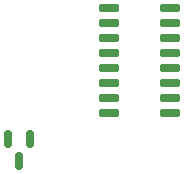
<source format=gbr>
%TF.GenerationSoftware,KiCad,Pcbnew,9.0.7*%
%TF.CreationDate,2026-02-03T14:01:29+01:00*%
%TF.ProjectId,lokho2-relays,6c6f6b68-6f32-42d7-9265-6c6179732e6b,rev?*%
%TF.SameCoordinates,Original*%
%TF.FileFunction,Paste,Top*%
%TF.FilePolarity,Positive*%
%FSLAX46Y46*%
G04 Gerber Fmt 4.6, Leading zero omitted, Abs format (unit mm)*
G04 Created by KiCad (PCBNEW 9.0.7) date 2026-02-03 14:01:29*
%MOMM*%
%LPD*%
G01*
G04 APERTURE LIST*
G04 Aperture macros list*
%AMRoundRect*
0 Rectangle with rounded corners*
0 $1 Rounding radius*
0 $2 $3 $4 $5 $6 $7 $8 $9 X,Y pos of 4 corners*
0 Add a 4 corners polygon primitive as box body*
4,1,4,$2,$3,$4,$5,$6,$7,$8,$9,$2,$3,0*
0 Add four circle primitives for the rounded corners*
1,1,$1+$1,$2,$3*
1,1,$1+$1,$4,$5*
1,1,$1+$1,$6,$7*
1,1,$1+$1,$8,$9*
0 Add four rect primitives between the rounded corners*
20,1,$1+$1,$2,$3,$4,$5,0*
20,1,$1+$1,$4,$5,$6,$7,0*
20,1,$1+$1,$6,$7,$8,$9,0*
20,1,$1+$1,$8,$9,$2,$3,0*%
G04 Aperture macros list end*
%ADD10RoundRect,0.150000X-0.150000X0.587500X-0.150000X-0.587500X0.150000X-0.587500X0.150000X0.587500X0*%
%ADD11RoundRect,0.150000X-0.725000X-0.150000X0.725000X-0.150000X0.725000X0.150000X-0.725000X0.150000X0*%
G04 APERTURE END LIST*
D10*
%TO.C,Q1*%
X159370000Y-79542500D03*
X157470000Y-79542500D03*
X158420000Y-81417500D03*
%TD*%
D11*
%TO.C,U1*%
X166005000Y-68415000D03*
X166005000Y-69685000D03*
X166005000Y-70955000D03*
X166005000Y-72225000D03*
X166005000Y-73495000D03*
X166005000Y-74765000D03*
X166005000Y-76035000D03*
X166005000Y-77305000D03*
X171155000Y-77305000D03*
X171155000Y-76035000D03*
X171155000Y-74765000D03*
X171155000Y-73495000D03*
X171155000Y-72225000D03*
X171155000Y-70955000D03*
X171155000Y-69685000D03*
X171155000Y-68415000D03*
%TD*%
M02*

</source>
